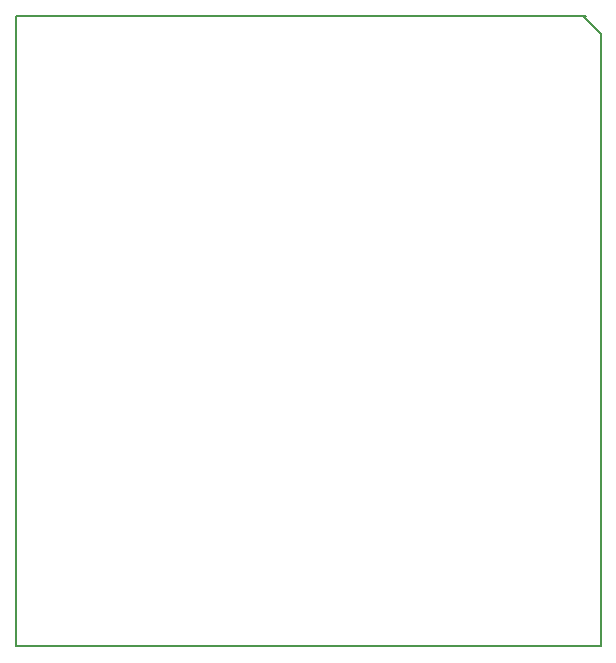
<source format=gbr>
G04 #@! TF.FileFunction,Profile,NP*
%FSLAX46Y46*%
G04 Gerber Fmt 4.6, Leading zero omitted, Abs format (unit mm)*
G04 Created by KiCad (PCBNEW 4.0.6) date 02/06/18 16:35:34*
%MOMM*%
%LPD*%
G01*
G04 APERTURE LIST*
%ADD10C,0.100000*%
%ADD11C,0.150000*%
G04 APERTURE END LIST*
D10*
D11*
X177038000Y-85725000D02*
X177038000Y-123825000D01*
X127508000Y-73025000D02*
X175768000Y-73025000D01*
X127508000Y-126365000D02*
X177038000Y-126365000D01*
X127508000Y-73025000D02*
X127508000Y-126365000D01*
X177038000Y-74549000D02*
X175514000Y-73025000D01*
X177038000Y-85979000D02*
X177038000Y-74549000D01*
X177038000Y-126365000D02*
X177038000Y-123825000D01*
M02*

</source>
